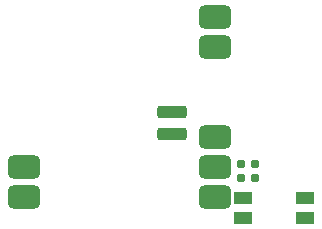
<source format=gbr>
%TF.GenerationSoftware,KiCad,Pcbnew,9.0.1-9.0.1-0~ubuntu22.04.1*%
%TF.CreationDate,2025-05-27T18:32:28-04:00*%
%TF.ProjectId,Omi-Glass-DevKit,4f6d692d-476c-4617-9373-2d4465764b69,rev?*%
%TF.SameCoordinates,Original*%
%TF.FileFunction,Paste,Top*%
%TF.FilePolarity,Positive*%
%FSLAX46Y46*%
G04 Gerber Fmt 4.6, Leading zero omitted, Abs format (unit mm)*
G04 Created by KiCad (PCBNEW 9.0.1-9.0.1-0~ubuntu22.04.1) date 2025-05-27 18:32:28*
%MOMM*%
%LPD*%
G01*
G04 APERTURE LIST*
G04 Aperture macros list*
%AMRoundRect*
0 Rectangle with rounded corners*
0 $1 Rounding radius*
0 $2 $3 $4 $5 $6 $7 $8 $9 X,Y pos of 4 corners*
0 Add a 4 corners polygon primitive as box body*
4,1,4,$2,$3,$4,$5,$6,$7,$8,$9,$2,$3,0*
0 Add four circle primitives for the rounded corners*
1,1,$1+$1,$2,$3*
1,1,$1+$1,$4,$5*
1,1,$1+$1,$6,$7*
1,1,$1+$1,$8,$9*
0 Add four rect primitives between the rounded corners*
20,1,$1+$1,$2,$3,$4,$5,0*
20,1,$1+$1,$4,$5,$6,$7,0*
20,1,$1+$1,$6,$7,$8,$9,0*
20,1,$1+$1,$8,$9,$2,$3,0*%
G04 Aperture macros list end*
%ADD10RoundRect,0.275000X-0.975000X-0.275000X0.975000X-0.275000X0.975000X0.275000X-0.975000X0.275000X0*%
%ADD11RoundRect,0.500000X0.875000X0.500000X-0.875000X0.500000X-0.875000X-0.500000X0.875000X-0.500000X0*%
%ADD12R,1.550000X1.000000*%
%ADD13RoundRect,0.160000X0.197500X0.160000X-0.197500X0.160000X-0.197500X-0.160000X0.197500X-0.160000X0*%
%ADD14RoundRect,0.160000X-0.197500X-0.160000X0.197500X-0.160000X0.197500X0.160000X-0.197500X0.160000X0*%
G04 APERTURE END LIST*
D10*
%TO.C,U3*%
X4451364Y-2240000D03*
X4451364Y-335000D03*
D11*
X-8103636Y-7573000D03*
X-8103636Y-5033000D03*
X8061364Y7667000D03*
X8061364Y5127000D03*
X8061364Y-2493000D03*
X8061364Y-5033000D03*
X8061364Y-7573000D03*
%TD*%
D12*
%TO.C,SW1*%
X15725000Y-9300000D03*
X10475000Y-9300000D03*
X15725000Y-7600000D03*
X10475000Y-7600000D03*
%TD*%
D13*
%TO.C,R1*%
X11472500Y-4775000D03*
X10277500Y-4775000D03*
%TD*%
D14*
%TO.C,R2*%
X10277500Y-5925000D03*
X11472500Y-5925000D03*
%TD*%
M02*

</source>
